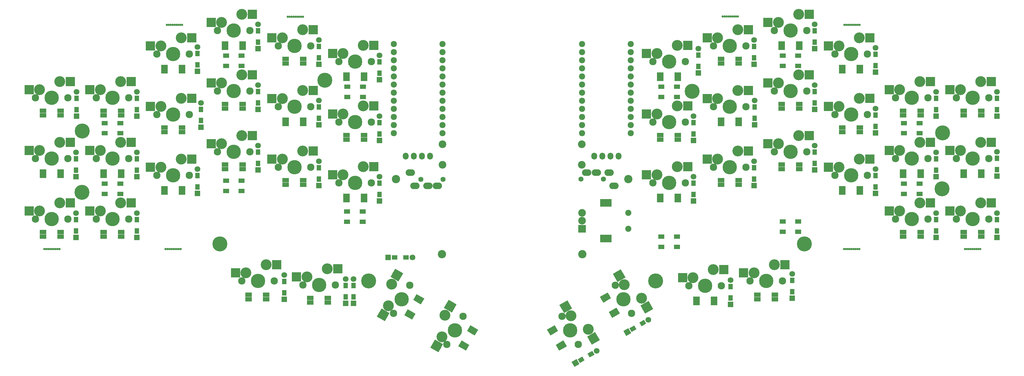
<source format=gbs>
G04 #@! TF.GenerationSoftware,KiCad,Pcbnew,(5.1.4-0-10_14)*
G04 #@! TF.CreationDate,2021-06-12T19:28:26+03:00*
G04 #@! TF.ProjectId,corne-cherry,636f726e-652d-4636-9865-7272792e6b69,3.0.1*
G04 #@! TF.SameCoordinates,Original*
G04 #@! TF.FileFunction,Soldermask,Bot*
G04 #@! TF.FilePolarity,Negative*
%FSLAX46Y46*%
G04 Gerber Fmt 4.6, Leading zero omitted, Abs format (unit mm)*
G04 Created by KiCad (PCBNEW (5.1.4-0-10_14)) date 2021-06-12 19:28:26*
%MOMM*%
%LPD*%
G04 APERTURE LIST*
%ADD10R,1.900000X1.400000*%
%ADD11R,1.350000X1.700000*%
%ADD12C,1.797000*%
%ADD13R,1.797000X1.797000*%
%ADD14C,3.400000*%
%ADD15R,2.950000X2.900000*%
%ADD16C,2.300000*%
%ADD17C,4.500000*%
%ADD18C,2.900000*%
%ADD19C,0.100000*%
%ADD20R,2.100000X1.400000*%
%ADD21C,1.350000*%
%ADD22R,1.700000X1.350000*%
%ADD23C,1.924000*%
%ADD24R,2.400000X2.400000*%
%ADD25C,2.400000*%
%ADD26R,3.600000X2.400000*%
%ADD27C,1.900000*%
%ADD28C,2.600000*%
%ADD29C,4.700000*%
%ADD30O,1.797000X2.178000*%
%ADD31O,2.900000X2.100000*%
%ADD32C,1.600000*%
%ADD33C,1.400000*%
%ADD34C,0.700000*%
G04 APERTURE END LIST*
D10*
X117557500Y-32305000D03*
X117557500Y-35505000D03*
X112657500Y-32305000D03*
X112657500Y-35505000D03*
D11*
X46734500Y-35905000D03*
D12*
X46734500Y-33870000D03*
D13*
X46734500Y-41490000D03*
D11*
X46734500Y-39455000D03*
D14*
X117647500Y-57325000D03*
X111297500Y-59865000D03*
D15*
X120949500Y-57325000D03*
D16*
X110027500Y-62405000D03*
X120187500Y-62405000D03*
D17*
X115107500Y-62405000D03*
D15*
X108022500Y-59865000D03*
D14*
X143228091Y-103915295D03*
X142252795Y-110684557D03*
D18*
X144879091Y-101055680D03*
D19*
G36*
X144360854Y-99053293D02*
G01*
X146872328Y-100503293D01*
X145397328Y-103058067D01*
X142885854Y-101608067D01*
X144360854Y-99053293D01*
X144360854Y-99053293D01*
G37*
D16*
X143817500Y-113054409D03*
X148897500Y-104255591D03*
D17*
X146357500Y-108655000D03*
D18*
X140615295Y-113520790D03*
D19*
G36*
X140097058Y-111518403D02*
G01*
X142608532Y-112968403D01*
X141133532Y-115523177D01*
X138622058Y-114073177D01*
X140097058Y-111518403D01*
X140097058Y-111518403D01*
G37*
D14*
X188033909Y-108309705D03*
X182659205Y-104080443D03*
D18*
X189684909Y-111169320D03*
D19*
G36*
X191678146Y-111721707D02*
G01*
X189166672Y-113171707D01*
X187691672Y-110616933D01*
X190203146Y-109166933D01*
X191678146Y-111721707D01*
X191678146Y-111721707D01*
G37*
D16*
X179824500Y-104250591D03*
X184904500Y-113049409D03*
D17*
X182364500Y-108650000D03*
D18*
X181021705Y-101244210D03*
D19*
G36*
X183014942Y-101796597D02*
G01*
X180503468Y-103246597D01*
X179028468Y-100691823D01*
X181539942Y-99241823D01*
X183014942Y-101796597D01*
X183014942Y-101796597D01*
G37*
D14*
X246307500Y-88100000D03*
X239957500Y-90640000D03*
D15*
X249609500Y-88100000D03*
D16*
X238687500Y-93180000D03*
X248847500Y-93180000D03*
D17*
X243767500Y-93180000D03*
D15*
X236682500Y-90640000D03*
D20*
X246457500Y-97480000D03*
X246457500Y-98880000D03*
X240957500Y-97480000D03*
X240957500Y-98880000D03*
D11*
X251907500Y-93005000D03*
D12*
X251907500Y-90970000D03*
D13*
X251907500Y-98590000D03*
D11*
X251907500Y-96555000D03*
X92907500Y-93305000D03*
D12*
X92907500Y-91270000D03*
D13*
X92907500Y-98890000D03*
D11*
X92907500Y-96855000D03*
D21*
X188907500Y-116080000D03*
D19*
G36*
X188508878Y-117089567D02*
G01*
X187833878Y-115920433D01*
X189306122Y-115070433D01*
X189981122Y-116239567D01*
X188508878Y-117089567D01*
X188508878Y-117089567D01*
G37*
D12*
X190669862Y-115062500D03*
X184070748Y-118872500D03*
D19*
G36*
X183741874Y-120099874D02*
G01*
X182843374Y-118543626D01*
X184399622Y-117645126D01*
X185298122Y-119201374D01*
X183741874Y-120099874D01*
X183741874Y-120099874D01*
G37*
D21*
X185833110Y-117855000D03*
D19*
G36*
X185434488Y-118864567D02*
G01*
X184759488Y-117695433D01*
X186231732Y-116845433D01*
X186906732Y-118014567D01*
X185434488Y-118864567D01*
X185434488Y-118864567D01*
G37*
D21*
X205107500Y-106380000D03*
D19*
G36*
X204708878Y-107389567D02*
G01*
X204033878Y-106220433D01*
X205506122Y-105370433D01*
X206181122Y-106539567D01*
X204708878Y-107389567D01*
X204708878Y-107389567D01*
G37*
D12*
X206869862Y-105362500D03*
X200270748Y-109172500D03*
D19*
G36*
X199941874Y-110399874D02*
G01*
X199043374Y-108843626D01*
X200599622Y-107945126D01*
X201498122Y-109501374D01*
X199941874Y-110399874D01*
X199941874Y-110399874D01*
G37*
D21*
X202033110Y-108155000D03*
D19*
G36*
X201634488Y-109164567D02*
G01*
X200959488Y-107995433D01*
X202431732Y-107145433D01*
X203106732Y-108314567D01*
X201634488Y-109164567D01*
X201634488Y-109164567D01*
G37*
D11*
X232607500Y-94905000D03*
D12*
X232607500Y-92870000D03*
D13*
X232607500Y-100490000D03*
D11*
X232607500Y-98455000D03*
X220957500Y-62530000D03*
D12*
X220957500Y-60495000D03*
D13*
X220957500Y-68115000D03*
D11*
X220957500Y-66080000D03*
X239964500Y-57650000D03*
D12*
X239964500Y-55615000D03*
D13*
X239964500Y-63235000D03*
D11*
X239964500Y-61200000D03*
X258964500Y-52775000D03*
D12*
X258964500Y-50740000D03*
D13*
X258964500Y-58360000D03*
D11*
X258964500Y-56325000D03*
X277964500Y-60150000D03*
D12*
X277964500Y-58115000D03*
D13*
X277964500Y-65735000D03*
D11*
X277964500Y-63700000D03*
X296964500Y-73900000D03*
D12*
X296964500Y-71865000D03*
D13*
X296964500Y-79485000D03*
D11*
X296964500Y-77450000D03*
X315964500Y-73900000D03*
D12*
X315964500Y-71865000D03*
D13*
X315964500Y-79485000D03*
D11*
X315964500Y-77450000D03*
X220957500Y-43530000D03*
D12*
X220957500Y-41495000D03*
D13*
X220957500Y-49115000D03*
D11*
X220957500Y-47080000D03*
X240107500Y-38605000D03*
D12*
X240107500Y-36570000D03*
D13*
X240107500Y-44190000D03*
D11*
X240107500Y-42155000D03*
X258964500Y-33775000D03*
D12*
X258964500Y-31740000D03*
D13*
X258964500Y-39360000D03*
D11*
X258964500Y-37325000D03*
X277964500Y-41150000D03*
D12*
X277964500Y-39115000D03*
D13*
X277964500Y-46735000D03*
D11*
X277964500Y-44700000D03*
X296964500Y-54900000D03*
D12*
X296964500Y-52865000D03*
D13*
X296964500Y-60485000D03*
D11*
X296964500Y-58450000D03*
X315964500Y-54750000D03*
D12*
X315964500Y-52715000D03*
D13*
X315964500Y-60335000D03*
D11*
X315964500Y-58300000D03*
X222557500Y-22345000D03*
D12*
X222557500Y-20310000D03*
D13*
X222557500Y-27930000D03*
D11*
X222557500Y-25895000D03*
X239964500Y-19650000D03*
D12*
X239964500Y-17615000D03*
D13*
X239964500Y-25235000D03*
D11*
X239964500Y-23200000D03*
X258964500Y-14775000D03*
D12*
X258964500Y-12740000D03*
D13*
X258964500Y-20360000D03*
D11*
X258964500Y-18325000D03*
X277964500Y-22150000D03*
D12*
X277964500Y-20115000D03*
D13*
X277964500Y-27735000D03*
D11*
X277964500Y-25700000D03*
X296964500Y-35900000D03*
D12*
X296964500Y-33865000D03*
D13*
X296964500Y-41485000D03*
D11*
X296964500Y-39450000D03*
X315964500Y-35900000D03*
D12*
X315964500Y-33865000D03*
D13*
X315964500Y-41485000D03*
D11*
X315964500Y-39450000D03*
D22*
X130957500Y-85780000D03*
D12*
X132992500Y-85780000D03*
D13*
X125372500Y-85780000D03*
D22*
X127407500Y-85780000D03*
D11*
X114607500Y-94605000D03*
D12*
X114607500Y-92570000D03*
D13*
X114607500Y-100190000D03*
D11*
X114607500Y-98155000D03*
X112107500Y-94605000D03*
D12*
X112107500Y-92570000D03*
D13*
X112107500Y-100190000D03*
D11*
X112107500Y-98155000D03*
X122707500Y-62530000D03*
D12*
X122707500Y-60495000D03*
D13*
X122707500Y-68115000D03*
D11*
X122707500Y-66080000D03*
X103707500Y-57655000D03*
D12*
X103707500Y-55620000D03*
D13*
X103707500Y-63240000D03*
D11*
X103707500Y-61205000D03*
X84707500Y-52780000D03*
D12*
X84707500Y-50745000D03*
D13*
X84707500Y-58365000D03*
D11*
X84707500Y-56330000D03*
X65707500Y-60155000D03*
D12*
X65707500Y-58120000D03*
D13*
X65707500Y-65740000D03*
D11*
X65707500Y-63705000D03*
X46734500Y-73905000D03*
D12*
X46734500Y-71870000D03*
D13*
X46734500Y-79490000D03*
D11*
X46734500Y-77455000D03*
X27734500Y-73901875D03*
D12*
X27734500Y-71866875D03*
D13*
X27734500Y-79486875D03*
D11*
X27734500Y-77451875D03*
X122707500Y-43530000D03*
D12*
X122707500Y-41495000D03*
D13*
X122707500Y-49115000D03*
D11*
X122707500Y-47080000D03*
X103707500Y-38655000D03*
D12*
X103707500Y-36620000D03*
D13*
X103707500Y-44240000D03*
D11*
X103707500Y-42205000D03*
X84707500Y-33780000D03*
D12*
X84707500Y-31745000D03*
D13*
X84707500Y-39365000D03*
D11*
X84707500Y-37330000D03*
X66857500Y-39355000D03*
D12*
X66857500Y-37320000D03*
D13*
X66857500Y-44940000D03*
D11*
X66857500Y-42905000D03*
X46734500Y-54905000D03*
D12*
X46734500Y-52870000D03*
D13*
X46734500Y-60490000D03*
D11*
X46734500Y-58455000D03*
X27734500Y-54901875D03*
D12*
X27734500Y-52866875D03*
D13*
X27734500Y-60486875D03*
D11*
X27734500Y-58451875D03*
X122707500Y-24530000D03*
D12*
X122707500Y-22495000D03*
D13*
X122707500Y-30115000D03*
D11*
X122707500Y-28080000D03*
X103707500Y-19655000D03*
D12*
X103707500Y-17620000D03*
D13*
X103707500Y-25240000D03*
D11*
X103707500Y-23205000D03*
X84707500Y-14780000D03*
D12*
X84707500Y-12745000D03*
D13*
X84707500Y-20365000D03*
D11*
X84707500Y-18330000D03*
X65707500Y-21905000D03*
D12*
X65707500Y-19870000D03*
D13*
X65707500Y-27490000D03*
D11*
X65707500Y-25455000D03*
X27907500Y-35895000D03*
D12*
X27907500Y-33860000D03*
D13*
X27907500Y-41480000D03*
D11*
X27907500Y-39445000D03*
D23*
X127203900Y-18942000D03*
X127203900Y-21482000D03*
X127203900Y-24022000D03*
X127203900Y-26562000D03*
X127203900Y-29102000D03*
X127203900Y-31642000D03*
X127203900Y-34182000D03*
X127203900Y-36722000D03*
X127203900Y-39262000D03*
X127203900Y-41802000D03*
X127203900Y-44342000D03*
X127203900Y-46882000D03*
X142423900Y-46882000D03*
X142423900Y-44342000D03*
X142423900Y-41802000D03*
X142423900Y-39262000D03*
X142423900Y-36722000D03*
X142423900Y-34182000D03*
X142423900Y-31642000D03*
X142423900Y-29102000D03*
X142423900Y-26562000D03*
X142423900Y-24022000D03*
X142423900Y-21482000D03*
X142423900Y-18942000D03*
D14*
X117647500Y-19325000D03*
X111297500Y-21865000D03*
D15*
X120949500Y-19325000D03*
D16*
X110027500Y-24405000D03*
X120187500Y-24405000D03*
D17*
X115107500Y-24405000D03*
D15*
X108022500Y-21865000D03*
D14*
X204733909Y-98559705D03*
X199359205Y-94330443D03*
D18*
X206384909Y-101419320D03*
D19*
G36*
X208378146Y-101971707D02*
G01*
X205866672Y-103421707D01*
X204391672Y-100866933D01*
X206903146Y-99416933D01*
X208378146Y-101971707D01*
X208378146Y-101971707D01*
G37*
D16*
X196524500Y-94500591D03*
X201604500Y-103299409D03*
D17*
X199064500Y-98900000D03*
D18*
X197721705Y-91494210D03*
D19*
G36*
X199714942Y-92046597D02*
G01*
X197203468Y-93496597D01*
X195728468Y-90941823D01*
X198239942Y-89491823D01*
X199714942Y-92046597D01*
X199714942Y-92046597D01*
G37*
D14*
X126478091Y-94165295D03*
X125502795Y-100934557D03*
D18*
X128129091Y-91305680D03*
D19*
G36*
X127610854Y-89303293D02*
G01*
X130122328Y-90753293D01*
X128647328Y-93308067D01*
X126135854Y-91858067D01*
X127610854Y-89303293D01*
X127610854Y-89303293D01*
G37*
D16*
X127067500Y-103304409D03*
X132147500Y-94505591D03*
D17*
X129607500Y-98905000D03*
D18*
X123865295Y-103770790D03*
D19*
G36*
X123347058Y-101768403D02*
G01*
X125858532Y-103218403D01*
X124383532Y-105773177D01*
X121872058Y-104323177D01*
X123347058Y-101768403D01*
X123347058Y-101768403D01*
G37*
D24*
X186107500Y-76780000D03*
D25*
X186107500Y-74280000D03*
X186107500Y-71780000D03*
D26*
X193607500Y-79880000D03*
X193607500Y-68680000D03*
D27*
X200607500Y-76780000D03*
X200607500Y-71780000D03*
D14*
X87247500Y-88100000D03*
X80897500Y-90640000D03*
D15*
X90549500Y-88100000D03*
D16*
X79627500Y-93180000D03*
X89787500Y-93180000D03*
D17*
X84707500Y-93180000D03*
D15*
X77622500Y-90640000D03*
D20*
X87257500Y-97480000D03*
X87257500Y-98880000D03*
X81757500Y-97480000D03*
X81757500Y-98880000D03*
D28*
X200600500Y-61264000D03*
D29*
X298849500Y-64265500D03*
X220607500Y-33680000D03*
X299007500Y-46780000D03*
X255705500Y-81530500D03*
D28*
X186168500Y-84785000D03*
D29*
X209139500Y-93145000D03*
D28*
X142301500Y-84775000D03*
X127869500Y-61254000D03*
D29*
X119330500Y-93135000D03*
X72764500Y-81520500D03*
X105557500Y-30280000D03*
X29607500Y-65380000D03*
X29657500Y-46180000D03*
D23*
X186128900Y-18912000D03*
X186128900Y-21452000D03*
X186128900Y-23992000D03*
X186128900Y-26532000D03*
X186128900Y-29072000D03*
X186128900Y-31612000D03*
X186128900Y-34152000D03*
X186128900Y-36692000D03*
X186128900Y-39232000D03*
X186128900Y-41772000D03*
X186128900Y-44312000D03*
X186128900Y-46852000D03*
X201348900Y-46852000D03*
X201348900Y-44312000D03*
X201348900Y-41772000D03*
X201348900Y-39232000D03*
X201348900Y-36692000D03*
X201348900Y-34152000D03*
X201348900Y-31612000D03*
X201348900Y-29072000D03*
X201348900Y-26532000D03*
X201348900Y-23992000D03*
X201348900Y-21452000D03*
X201348900Y-18912000D03*
D25*
X186054500Y-50272000D03*
X186054500Y-56772000D03*
X142424500Y-50281000D03*
X142424500Y-56781000D03*
D30*
X197547500Y-54020000D03*
X195007500Y-54020000D03*
X192467500Y-54020000D03*
X189927500Y-54020000D03*
X138568500Y-54028000D03*
X136028500Y-54028000D03*
X133488500Y-54028000D03*
X130948500Y-54028000D03*
D31*
X196087500Y-63370000D03*
X194587500Y-59170000D03*
X190587500Y-59170000D03*
X187587500Y-59170000D03*
D32*
X192787500Y-61270000D03*
X185787500Y-61270000D03*
D31*
X132334500Y-59192000D03*
X133834500Y-63392000D03*
X137834500Y-63392000D03*
X140834500Y-63392000D03*
D32*
X135634500Y-61292000D03*
X142634500Y-61292000D03*
D10*
X41557500Y-43680000D03*
X41557500Y-46880000D03*
X36657500Y-43680000D03*
X36657500Y-46880000D03*
X79557500Y-22555000D03*
X79557500Y-25755000D03*
X74657500Y-22555000D03*
X74657500Y-25755000D03*
X41557500Y-62680000D03*
X41557500Y-65880000D03*
X36657500Y-62680000D03*
X36657500Y-65880000D03*
X79557500Y-61780000D03*
X79557500Y-64980000D03*
X74657500Y-61780000D03*
X74657500Y-64980000D03*
X117457500Y-71380000D03*
X117457500Y-74580000D03*
X112557500Y-71380000D03*
X112557500Y-74580000D03*
X291807500Y-43680000D03*
X291807500Y-46880000D03*
X286907500Y-43680000D03*
X286907500Y-46880000D03*
X253807500Y-22555000D03*
X253807500Y-25755000D03*
X248907500Y-22555000D03*
X248907500Y-25755000D03*
X215807500Y-32305000D03*
X215807500Y-35505000D03*
X210907500Y-32305000D03*
X210907500Y-35505000D03*
X291807500Y-62680000D03*
X291807500Y-65880000D03*
X286907500Y-62680000D03*
X286907500Y-65880000D03*
X253807500Y-74555000D03*
X253807500Y-77755000D03*
X248907500Y-74555000D03*
X248907500Y-77755000D03*
X215807500Y-79305000D03*
X215807500Y-82505000D03*
X210907500Y-79305000D03*
X210907500Y-82505000D03*
D33*
X134376282Y-98548430D03*
D19*
G36*
X134457500Y-99807757D02*
G01*
X133245064Y-99107757D01*
X134295064Y-97289103D01*
X135507500Y-97989103D01*
X134457500Y-99807757D01*
X134457500Y-99807757D01*
G37*
D33*
X135588718Y-99248430D03*
D19*
G36*
X135669936Y-100507757D02*
G01*
X134457500Y-99807757D01*
X135507500Y-97989103D01*
X136719936Y-98689103D01*
X135669936Y-100507757D01*
X135669936Y-100507757D01*
G37*
D33*
X131626282Y-103311570D03*
D19*
G36*
X131707500Y-104570897D02*
G01*
X130495064Y-103870897D01*
X131545064Y-102052243D01*
X132757500Y-102752243D01*
X131707500Y-104570897D01*
X131707500Y-104570897D01*
G37*
D33*
X132838718Y-104011570D03*
D19*
G36*
X132919936Y-105270897D02*
G01*
X131707500Y-104570897D01*
X132757500Y-102752243D01*
X133969936Y-103452243D01*
X132919936Y-105270897D01*
X132919936Y-105270897D01*
G37*
D20*
X22857500Y-39830000D03*
X22857500Y-41230000D03*
X17357500Y-39830000D03*
X17357500Y-41230000D03*
X41857500Y-39830000D03*
X41857500Y-41230000D03*
X36357500Y-39830000D03*
X36357500Y-41230000D03*
X60857500Y-26080000D03*
X60857500Y-27480000D03*
X55357500Y-26080000D03*
X55357500Y-27480000D03*
X79857500Y-18705000D03*
X79857500Y-20105000D03*
X74357500Y-18705000D03*
X74357500Y-20105000D03*
X98857500Y-23580000D03*
X98857500Y-24980000D03*
X93357500Y-23580000D03*
X93357500Y-24980000D03*
X117857500Y-28455000D03*
X117857500Y-29855000D03*
X112357500Y-28455000D03*
X112357500Y-29855000D03*
X22857500Y-58830000D03*
X22857500Y-60230000D03*
X17357500Y-58830000D03*
X17357500Y-60230000D03*
X41857500Y-58830000D03*
X41857500Y-60230000D03*
X36357500Y-58830000D03*
X36357500Y-60230000D03*
X60857500Y-45080000D03*
X60857500Y-46480000D03*
X55357500Y-45080000D03*
X55357500Y-46480000D03*
X79857500Y-37705000D03*
X79857500Y-39105000D03*
X74357500Y-37705000D03*
X74357500Y-39105000D03*
X98857500Y-42580000D03*
X98857500Y-43980000D03*
X93357500Y-42580000D03*
X93357500Y-43980000D03*
X117857500Y-47455000D03*
X117857500Y-48855000D03*
X112357500Y-47455000D03*
X112357500Y-48855000D03*
X22857500Y-77830000D03*
X22857500Y-79230000D03*
X17357500Y-77830000D03*
X17357500Y-79230000D03*
X41857500Y-77830000D03*
X41857500Y-79230000D03*
X36357500Y-77830000D03*
X36357500Y-79230000D03*
X60857500Y-64080000D03*
X60857500Y-65480000D03*
X55357500Y-64080000D03*
X55357500Y-65480000D03*
X79857500Y-56705000D03*
X79857500Y-58105000D03*
X74357500Y-56705000D03*
X74357500Y-58105000D03*
X117857500Y-66455000D03*
X117857500Y-67855000D03*
X112357500Y-66455000D03*
X112357500Y-67855000D03*
X106557500Y-98505000D03*
X106557500Y-99905000D03*
X101057500Y-98505000D03*
X101057500Y-99905000D03*
D33*
X151239903Y-108298430D03*
D19*
G36*
X151321121Y-109557757D02*
G01*
X150108685Y-108857757D01*
X151158685Y-107039103D01*
X152371121Y-107739103D01*
X151321121Y-109557757D01*
X151321121Y-109557757D01*
G37*
D33*
X152452339Y-108998430D03*
D19*
G36*
X152533557Y-110257757D02*
G01*
X151321121Y-109557757D01*
X152371121Y-107739103D01*
X153583557Y-108439103D01*
X152533557Y-110257757D01*
X152533557Y-110257757D01*
G37*
D33*
X148489903Y-113061570D03*
D19*
G36*
X148571121Y-114320897D02*
G01*
X147358685Y-113620897D01*
X148408685Y-111802243D01*
X149621121Y-112502243D01*
X148571121Y-114320897D01*
X148571121Y-114320897D01*
G37*
D33*
X149702339Y-113761570D03*
D19*
G36*
X149783557Y-115020897D02*
G01*
X148571121Y-114320897D01*
X149621121Y-112502243D01*
X150833557Y-113202243D01*
X149783557Y-115020897D01*
X149783557Y-115020897D01*
G37*
D20*
X254107500Y-37705000D03*
X254107500Y-39105000D03*
X248607500Y-37705000D03*
X248607500Y-39105000D03*
X235107500Y-42580000D03*
X235107500Y-43980000D03*
X229607500Y-42580000D03*
X229607500Y-43980000D03*
X216107500Y-47455000D03*
X216107500Y-48855000D03*
X210607500Y-47455000D03*
X210607500Y-48855000D03*
X311107500Y-77830000D03*
X311107500Y-79230000D03*
X305607500Y-77830000D03*
X305607500Y-79230000D03*
X292107500Y-77830000D03*
X292107500Y-79230000D03*
X286607500Y-77830000D03*
X286607500Y-79230000D03*
X273107500Y-64080000D03*
X273107500Y-65480000D03*
X267607500Y-64080000D03*
X267607500Y-65480000D03*
X254107500Y-56705000D03*
X254107500Y-58105000D03*
X248607500Y-56705000D03*
X248607500Y-58105000D03*
X235107500Y-61580000D03*
X235107500Y-62980000D03*
X229607500Y-61580000D03*
X229607500Y-62980000D03*
X216107500Y-66455000D03*
X216107500Y-67855000D03*
X210607500Y-66455000D03*
X210607500Y-67855000D03*
X227407500Y-98705000D03*
X227407500Y-100105000D03*
X221907500Y-98705000D03*
X221907500Y-100105000D03*
D33*
X196807500Y-102780000D03*
D19*
G36*
X195676282Y-102220673D02*
G01*
X196888718Y-101520673D01*
X197938718Y-103339327D01*
X196726282Y-104039327D01*
X195676282Y-102220673D01*
X195676282Y-102220673D01*
G37*
D33*
X195595064Y-103480000D03*
D19*
G36*
X194463846Y-102920673D02*
G01*
X195676282Y-102220673D01*
X196726282Y-104039327D01*
X195513846Y-104739327D01*
X194463846Y-102920673D01*
X194463846Y-102920673D01*
G37*
D33*
X194057500Y-98016860D03*
D19*
G36*
X192926282Y-97457533D02*
G01*
X194138718Y-96757533D01*
X195188718Y-98576187D01*
X193976282Y-99276187D01*
X192926282Y-97457533D01*
X192926282Y-97457533D01*
G37*
D33*
X192845064Y-98716860D03*
D19*
G36*
X191713846Y-98157533D02*
G01*
X192926282Y-97457533D01*
X193976282Y-99276187D01*
X192763846Y-99976187D01*
X191713846Y-98157533D01*
X191713846Y-98157533D01*
G37*
D33*
X180232097Y-113056570D03*
D19*
G36*
X179100879Y-112497243D02*
G01*
X180313315Y-111797243D01*
X181363315Y-113615897D01*
X180150879Y-114315897D01*
X179100879Y-112497243D01*
X179100879Y-112497243D01*
G37*
D33*
X179019661Y-113756570D03*
D19*
G36*
X177888443Y-113197243D02*
G01*
X179100879Y-112497243D01*
X180150879Y-114315897D01*
X178938443Y-115015897D01*
X177888443Y-113197243D01*
X177888443Y-113197243D01*
G37*
D33*
X177482097Y-108293430D03*
D19*
G36*
X176350879Y-107734103D02*
G01*
X177563315Y-107034103D01*
X178613315Y-108852757D01*
X177400879Y-109552757D01*
X176350879Y-107734103D01*
X176350879Y-107734103D01*
G37*
D33*
X176269661Y-108993430D03*
D19*
G36*
X175138443Y-108434103D02*
G01*
X176350879Y-107734103D01*
X177400879Y-109552757D01*
X176188443Y-110252757D01*
X175138443Y-108434103D01*
X175138443Y-108434103D01*
G37*
D20*
X98857500Y-61580000D03*
X98857500Y-62980000D03*
X93357500Y-61580000D03*
X93357500Y-62980000D03*
X311107500Y-39830000D03*
X311107500Y-41230000D03*
X305607500Y-39830000D03*
X305607500Y-41230000D03*
X292107500Y-39830000D03*
X292107500Y-41230000D03*
X286607500Y-39830000D03*
X286607500Y-41230000D03*
X273107500Y-26080000D03*
X273107500Y-27480000D03*
X267607500Y-26080000D03*
X267607500Y-27480000D03*
X254107500Y-18705000D03*
X254107500Y-20105000D03*
X248607500Y-18705000D03*
X248607500Y-20105000D03*
X235107500Y-23580000D03*
X235107500Y-24980000D03*
X229607500Y-23580000D03*
X229607500Y-24980000D03*
X216107500Y-28455000D03*
X216107500Y-29855000D03*
X210607500Y-28455000D03*
X210607500Y-29855000D03*
X311107500Y-58830000D03*
X311107500Y-60230000D03*
X305607500Y-58830000D03*
X305607500Y-60230000D03*
X292107500Y-58830000D03*
X292107500Y-60230000D03*
X286607500Y-58830000D03*
X286607500Y-60230000D03*
X273107500Y-45080000D03*
X273107500Y-46480000D03*
X267607500Y-45080000D03*
X267607500Y-46480000D03*
D14*
X215904500Y-38320000D03*
X209554500Y-40860000D03*
D15*
X219206500Y-38320000D03*
D16*
X208284500Y-43400000D03*
X218444500Y-43400000D03*
D17*
X213364500Y-43400000D03*
D15*
X206279500Y-40860000D03*
D14*
X215904500Y-57320000D03*
X209554500Y-59860000D03*
D15*
X219206500Y-57320000D03*
D16*
X208284500Y-62400000D03*
X218444500Y-62400000D03*
D17*
X213364500Y-62400000D03*
D15*
X206279500Y-59860000D03*
D14*
X22647500Y-68700000D03*
X16297500Y-71240000D03*
D15*
X25949500Y-68700000D03*
D16*
X15027500Y-73780000D03*
X25187500Y-73780000D03*
D17*
X20107500Y-73780000D03*
D15*
X13022500Y-71240000D03*
D14*
X291904500Y-68695000D03*
X285554500Y-71235000D03*
D15*
X295206500Y-68695000D03*
D16*
X284284500Y-73775000D03*
X294444500Y-73775000D03*
D17*
X289364500Y-73775000D03*
D15*
X282279500Y-71235000D03*
D14*
X253904500Y-47570000D03*
X247554500Y-50110000D03*
D15*
X257206500Y-47570000D03*
D16*
X246284500Y-52650000D03*
X256444500Y-52650000D03*
D17*
X251364500Y-52650000D03*
D15*
X244279500Y-50110000D03*
D14*
X41647500Y-68700000D03*
X35297500Y-71240000D03*
D15*
X44949500Y-68700000D03*
D16*
X34027500Y-73780000D03*
X44187500Y-73780000D03*
D17*
X39107500Y-73780000D03*
D15*
X32022500Y-71240000D03*
D14*
X22647500Y-49700000D03*
X16297500Y-52240000D03*
D15*
X25949500Y-49700000D03*
D16*
X15027500Y-54780000D03*
X25187500Y-54780000D03*
D17*
X20107500Y-54780000D03*
D15*
X13022500Y-52240000D03*
D14*
X41647500Y-49700000D03*
X35297500Y-52240000D03*
D15*
X44949500Y-49700000D03*
D16*
X34027500Y-54780000D03*
X44187500Y-54780000D03*
D17*
X39107500Y-54780000D03*
D15*
X32022500Y-52240000D03*
D14*
X22647500Y-30700000D03*
X16297500Y-33240000D03*
D15*
X25949500Y-30700000D03*
D16*
X15027500Y-35780000D03*
X25187500Y-35780000D03*
D17*
X20107500Y-35780000D03*
D15*
X13022500Y-33240000D03*
D14*
X41647500Y-30700000D03*
X35297500Y-33240000D03*
D15*
X44949500Y-30700000D03*
D16*
X34027500Y-35780000D03*
X44187500Y-35780000D03*
D17*
X39107500Y-35780000D03*
D15*
X32022500Y-33240000D03*
D14*
X60647500Y-16950000D03*
X54297500Y-19490000D03*
D15*
X63949500Y-16950000D03*
D16*
X53027500Y-22030000D03*
X63187500Y-22030000D03*
D17*
X58107500Y-22030000D03*
D15*
X51022500Y-19490000D03*
D14*
X79647500Y-9575000D03*
X73297500Y-12115000D03*
D15*
X82949500Y-9575000D03*
D16*
X72027500Y-14655000D03*
X82187500Y-14655000D03*
D17*
X77107500Y-14655000D03*
D15*
X70022500Y-12115000D03*
D14*
X98647500Y-14450000D03*
X92297500Y-16990000D03*
D15*
X101949500Y-14450000D03*
D16*
X91027500Y-19530000D03*
X101187500Y-19530000D03*
D17*
X96107500Y-19530000D03*
D15*
X89022500Y-16990000D03*
D14*
X60647500Y-35950000D03*
X54297500Y-38490000D03*
D15*
X63949500Y-35950000D03*
D16*
X53027500Y-41030000D03*
X63187500Y-41030000D03*
D17*
X58107500Y-41030000D03*
D15*
X51022500Y-38490000D03*
D14*
X79647500Y-28575000D03*
X73297500Y-31115000D03*
D15*
X82949500Y-28575000D03*
D16*
X72027500Y-33655000D03*
X82187500Y-33655000D03*
D17*
X77107500Y-33655000D03*
D15*
X70022500Y-31115000D03*
D14*
X98647500Y-33450000D03*
X92297500Y-35990000D03*
D15*
X101949500Y-33450000D03*
D16*
X91027500Y-38530000D03*
X101187500Y-38530000D03*
D17*
X96107500Y-38530000D03*
D15*
X89022500Y-35990000D03*
D14*
X117647500Y-38325000D03*
X111297500Y-40865000D03*
D15*
X120949500Y-38325000D03*
D16*
X110027500Y-43405000D03*
X120187500Y-43405000D03*
D17*
X115107500Y-43405000D03*
D15*
X108022500Y-40865000D03*
D14*
X60647500Y-54950000D03*
X54297500Y-57490000D03*
D15*
X63949500Y-54950000D03*
D16*
X53027500Y-60030000D03*
X63187500Y-60030000D03*
D17*
X58107500Y-60030000D03*
D15*
X51022500Y-57490000D03*
D14*
X79647500Y-47575000D03*
X73297500Y-50115000D03*
D15*
X82949500Y-47575000D03*
D16*
X72027500Y-52655000D03*
X82187500Y-52655000D03*
D17*
X77107500Y-52655000D03*
D15*
X70022500Y-50115000D03*
D14*
X98647500Y-52450000D03*
X92297500Y-54990000D03*
D15*
X101949500Y-52450000D03*
D16*
X91027500Y-57530000D03*
X101187500Y-57530000D03*
D17*
X96107500Y-57530000D03*
D15*
X89022500Y-54990000D03*
D14*
X106347500Y-89375000D03*
X99997500Y-91915000D03*
D15*
X109649500Y-89375000D03*
D16*
X98727500Y-94455000D03*
X108887500Y-94455000D03*
D17*
X103807500Y-94455000D03*
D15*
X96722500Y-91915000D03*
D14*
X310904500Y-30695000D03*
X304554500Y-33235000D03*
D15*
X314206500Y-30695000D03*
D16*
X303284500Y-35775000D03*
X313444500Y-35775000D03*
D17*
X308364500Y-35775000D03*
D15*
X301279500Y-33235000D03*
D14*
X291904500Y-30695000D03*
X285554500Y-33235000D03*
D15*
X295206500Y-30695000D03*
D16*
X284284500Y-35775000D03*
X294444500Y-35775000D03*
D17*
X289364500Y-35775000D03*
D15*
X282279500Y-33235000D03*
D14*
X272904500Y-16945000D03*
X266554500Y-19485000D03*
D15*
X276206500Y-16945000D03*
D16*
X265284500Y-22025000D03*
X275444500Y-22025000D03*
D17*
X270364500Y-22025000D03*
D15*
X263279500Y-19485000D03*
D14*
X253904500Y-9570000D03*
X247554500Y-12110000D03*
D15*
X257206500Y-9570000D03*
D16*
X246284500Y-14650000D03*
X256444500Y-14650000D03*
D17*
X251364500Y-14650000D03*
D15*
X244279500Y-12110000D03*
D14*
X234904500Y-14445000D03*
X228554500Y-16985000D03*
D15*
X238206500Y-14445000D03*
D16*
X227284500Y-19525000D03*
X237444500Y-19525000D03*
D17*
X232364500Y-19525000D03*
D15*
X225279500Y-16985000D03*
D14*
X215897500Y-19325000D03*
X209547500Y-21865000D03*
D15*
X219199500Y-19325000D03*
D16*
X208277500Y-24405000D03*
X218437500Y-24405000D03*
D17*
X213357500Y-24405000D03*
D15*
X206272500Y-21865000D03*
D14*
X310904500Y-49695000D03*
X304554500Y-52235000D03*
D15*
X314206500Y-49695000D03*
D16*
X303284500Y-54775000D03*
X313444500Y-54775000D03*
D17*
X308364500Y-54775000D03*
D15*
X301279500Y-52235000D03*
D14*
X291904500Y-49695000D03*
X285554500Y-52235000D03*
D15*
X295206500Y-49695000D03*
D16*
X284284500Y-54775000D03*
X294444500Y-54775000D03*
D17*
X289364500Y-54775000D03*
D15*
X282279500Y-52235000D03*
D14*
X272904500Y-35945000D03*
X266554500Y-38485000D03*
D15*
X276206500Y-35945000D03*
D16*
X265284500Y-41025000D03*
X275444500Y-41025000D03*
D17*
X270364500Y-41025000D03*
D15*
X263279500Y-38485000D03*
D14*
X253904500Y-28570000D03*
X247554500Y-31110000D03*
D15*
X257206500Y-28570000D03*
D16*
X246284500Y-33650000D03*
X256444500Y-33650000D03*
D17*
X251364500Y-33650000D03*
D15*
X244279500Y-31110000D03*
D14*
X234904500Y-33445000D03*
X228554500Y-35985000D03*
D15*
X238206500Y-33445000D03*
D16*
X227284500Y-38525000D03*
X237444500Y-38525000D03*
D17*
X232364500Y-38525000D03*
D15*
X225279500Y-35985000D03*
D14*
X310904500Y-68695000D03*
X304554500Y-71235000D03*
D15*
X314206500Y-68695000D03*
D16*
X303284500Y-73775000D03*
X313444500Y-73775000D03*
D17*
X308364500Y-73775000D03*
D15*
X301279500Y-71235000D03*
D14*
X272904500Y-54945000D03*
X266554500Y-57485000D03*
D15*
X276206500Y-54945000D03*
D16*
X265284500Y-60025000D03*
X275444500Y-60025000D03*
D17*
X270364500Y-60025000D03*
D15*
X263279500Y-57485000D03*
D14*
X234904500Y-52445000D03*
X228554500Y-54985000D03*
D15*
X238206500Y-52445000D03*
D16*
X227284500Y-57525000D03*
X237444500Y-57525000D03*
D17*
X232364500Y-57525000D03*
D15*
X225279500Y-54985000D03*
D14*
X227204500Y-89570000D03*
X220854500Y-92110000D03*
D15*
X230506500Y-89570000D03*
D16*
X219584500Y-94650000D03*
X229744500Y-94650000D03*
D17*
X224664500Y-94650000D03*
D15*
X217579500Y-92110000D03*
D34*
X270607500Y-12870000D03*
X270013750Y-12870000D03*
X269420000Y-12870000D03*
X268826250Y-12870000D03*
X268232500Y-12870000D03*
X272388750Y-12870000D03*
X271201250Y-12870000D03*
X272982500Y-12870000D03*
X271795000Y-12870000D03*
X232487500Y-10285000D03*
X231893750Y-10285000D03*
X231300000Y-10285000D03*
X230706250Y-10285000D03*
X230112500Y-10285000D03*
X234268750Y-10285000D03*
X233081250Y-10285000D03*
X234862500Y-10285000D03*
X233675000Y-10285000D03*
X270491500Y-83193000D03*
X269897750Y-83193000D03*
X269304000Y-83193000D03*
X268710250Y-83193000D03*
X268116500Y-83193000D03*
X272272750Y-83193000D03*
X271085250Y-83193000D03*
X272866500Y-83193000D03*
X271679000Y-83193000D03*
X308405500Y-83183000D03*
X307811750Y-83183000D03*
X307218000Y-83183000D03*
X306624250Y-83183000D03*
X306030500Y-83183000D03*
X310186750Y-83183000D03*
X308999250Y-83183000D03*
X310780500Y-83183000D03*
X309593000Y-83183000D03*
X56936000Y-83178000D03*
X55748500Y-83178000D03*
X57529750Y-83178000D03*
X56342250Y-83178000D03*
X60498500Y-83178000D03*
X59904750Y-83178000D03*
X59311000Y-83178000D03*
X58717250Y-83178000D03*
X58123500Y-83178000D03*
X18975000Y-83176000D03*
X17787500Y-83176000D03*
X19568750Y-83176000D03*
X18381250Y-83176000D03*
X22537500Y-83176000D03*
X21943750Y-83176000D03*
X21350000Y-83176000D03*
X20756250Y-83176000D03*
X20162500Y-83176000D03*
X95170000Y-10373000D03*
X93982500Y-10373000D03*
X95763750Y-10373000D03*
X94576250Y-10373000D03*
X98732500Y-10373000D03*
X98138750Y-10373000D03*
X97545000Y-10373000D03*
X96951250Y-10373000D03*
X96357500Y-10373000D03*
X57299250Y-12869000D03*
X56111750Y-12869000D03*
X57893000Y-12869000D03*
X56705500Y-12869000D03*
X60861750Y-12869000D03*
X60268000Y-12869000D03*
X59674250Y-12869000D03*
X59080500Y-12869000D03*
X58486750Y-12869000D03*
M02*

</source>
